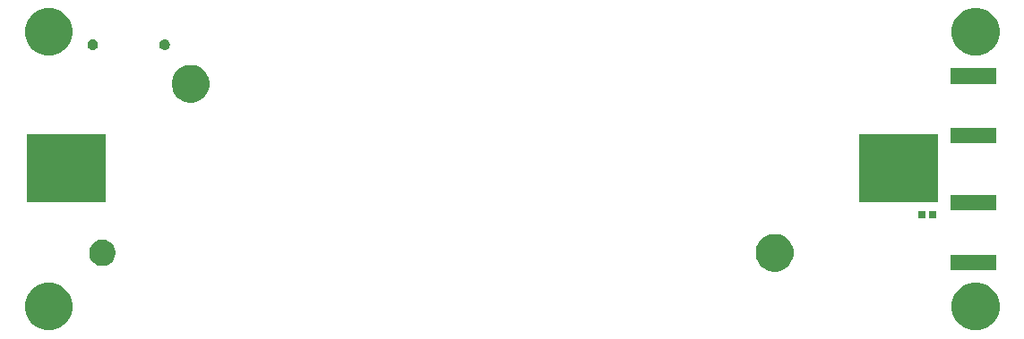
<source format=gbr>
G04 #@! TF.GenerationSoftware,KiCad,Pcbnew,(5.1.5)-3*
G04 #@! TF.CreationDate,2020-05-17T20:07:59+05:30*
G04 #@! TF.ProjectId,ArmTrax,41726d54-7261-4782-9e6b-696361645f70,rev?*
G04 #@! TF.SameCoordinates,Original*
G04 #@! TF.FileFunction,Soldermask,Bot*
G04 #@! TF.FilePolarity,Negative*
%FSLAX46Y46*%
G04 Gerber Fmt 4.6, Leading zero omitted, Abs format (unit mm)*
G04 Created by KiCad (PCBNEW (5.1.5)-3) date 2020-05-17 20:07:59*
%MOMM*%
%LPD*%
G04 APERTURE LIST*
%ADD10C,0.100000*%
G04 APERTURE END LIST*
D10*
G36*
X150675880Y-74459776D02*
G01*
X151056593Y-74535504D01*
X151466249Y-74705189D01*
X151834929Y-74951534D01*
X152148466Y-75265071D01*
X152394811Y-75633751D01*
X152564496Y-76043407D01*
X152651000Y-76478296D01*
X152651000Y-76921704D01*
X152564496Y-77356593D01*
X152394811Y-77766249D01*
X152148466Y-78134929D01*
X151834929Y-78448466D01*
X151466249Y-78694811D01*
X151056593Y-78864496D01*
X150675880Y-78940224D01*
X150621705Y-78951000D01*
X150178295Y-78951000D01*
X150124120Y-78940224D01*
X149743407Y-78864496D01*
X149333751Y-78694811D01*
X148965071Y-78448466D01*
X148651534Y-78134929D01*
X148405189Y-77766249D01*
X148235504Y-77356593D01*
X148149000Y-76921704D01*
X148149000Y-76478296D01*
X148235504Y-76043407D01*
X148405189Y-75633751D01*
X148651534Y-75265071D01*
X148965071Y-74951534D01*
X149333751Y-74705189D01*
X149743407Y-74535504D01*
X150124120Y-74459776D01*
X150178295Y-74449000D01*
X150621705Y-74449000D01*
X150675880Y-74459776D01*
G37*
G36*
X63075880Y-74459776D02*
G01*
X63456593Y-74535504D01*
X63866249Y-74705189D01*
X64234929Y-74951534D01*
X64548466Y-75265071D01*
X64794811Y-75633751D01*
X64964496Y-76043407D01*
X65051000Y-76478296D01*
X65051000Y-76921704D01*
X64964496Y-77356593D01*
X64794811Y-77766249D01*
X64548466Y-78134929D01*
X64234929Y-78448466D01*
X63866249Y-78694811D01*
X63456593Y-78864496D01*
X63075880Y-78940224D01*
X63021705Y-78951000D01*
X62578295Y-78951000D01*
X62524120Y-78940224D01*
X62143407Y-78864496D01*
X61733751Y-78694811D01*
X61365071Y-78448466D01*
X61051534Y-78134929D01*
X60805189Y-77766249D01*
X60635504Y-77356593D01*
X60549000Y-76921704D01*
X60549000Y-76478296D01*
X60635504Y-76043407D01*
X60805189Y-75633751D01*
X61051534Y-75265071D01*
X61365071Y-74951534D01*
X61733751Y-74705189D01*
X62143407Y-74535504D01*
X62524120Y-74459776D01*
X62578295Y-74449000D01*
X63021705Y-74449000D01*
X63075880Y-74459776D01*
G37*
G36*
X131918039Y-69892250D02*
G01*
X132107372Y-69970675D01*
X132241251Y-70026129D01*
X132532134Y-70220491D01*
X132779509Y-70467866D01*
X132973871Y-70758749D01*
X132973871Y-70758750D01*
X133107750Y-71081961D01*
X133176000Y-71425078D01*
X133176000Y-71774922D01*
X133107750Y-72118039D01*
X133077859Y-72190201D01*
X132973871Y-72441251D01*
X132779509Y-72732134D01*
X132532134Y-72979509D01*
X132241251Y-73173871D01*
X132107372Y-73229325D01*
X131918039Y-73307750D01*
X131574922Y-73376000D01*
X131225078Y-73376000D01*
X130881961Y-73307750D01*
X130692628Y-73229325D01*
X130558749Y-73173871D01*
X130267866Y-72979509D01*
X130020491Y-72732134D01*
X129826129Y-72441251D01*
X129722141Y-72190201D01*
X129692250Y-72118039D01*
X129624000Y-71774922D01*
X129624000Y-71425078D01*
X129692250Y-71081961D01*
X129826129Y-70758750D01*
X129826129Y-70758749D01*
X130020491Y-70467866D01*
X130267866Y-70220491D01*
X130558749Y-70026129D01*
X130692628Y-69970675D01*
X130881961Y-69892250D01*
X131225078Y-69824000D01*
X131574922Y-69824000D01*
X131918039Y-69892250D01*
G37*
G36*
X152351000Y-73251000D02*
G01*
X148049000Y-73251000D01*
X148049000Y-71799000D01*
X152351000Y-71799000D01*
X152351000Y-73251000D01*
G37*
G36*
X68233444Y-70401882D02*
G01*
X68460201Y-70495808D01*
X68460202Y-70495809D01*
X68664279Y-70632168D01*
X68837832Y-70805721D01*
X68928944Y-70942081D01*
X68974192Y-71009799D01*
X69068118Y-71236556D01*
X69116000Y-71477278D01*
X69116000Y-71722722D01*
X69068118Y-71963444D01*
X68974192Y-72190201D01*
X68974191Y-72190202D01*
X68837832Y-72394279D01*
X68664279Y-72567832D01*
X68527919Y-72658944D01*
X68460201Y-72704192D01*
X68233444Y-72798118D01*
X67992722Y-72846000D01*
X67747278Y-72846000D01*
X67506556Y-72798118D01*
X67279799Y-72704192D01*
X67212081Y-72658944D01*
X67075721Y-72567832D01*
X66902168Y-72394279D01*
X66765809Y-72190202D01*
X66765808Y-72190201D01*
X66671882Y-71963444D01*
X66624000Y-71722722D01*
X66624000Y-71477278D01*
X66671882Y-71236556D01*
X66765808Y-71009799D01*
X66811056Y-70942081D01*
X66902168Y-70805721D01*
X67075721Y-70632168D01*
X67279798Y-70495809D01*
X67279799Y-70495808D01*
X67506556Y-70401882D01*
X67747278Y-70354000D01*
X67992722Y-70354000D01*
X68233444Y-70401882D01*
G37*
G36*
X146556938Y-67631716D02*
G01*
X146577557Y-67637971D01*
X146596553Y-67648124D01*
X146613208Y-67661792D01*
X146626876Y-67678447D01*
X146637029Y-67697443D01*
X146643284Y-67718062D01*
X146646000Y-67745640D01*
X146646000Y-68254360D01*
X146643284Y-68281938D01*
X146637029Y-68302557D01*
X146626876Y-68321553D01*
X146613208Y-68338208D01*
X146596553Y-68351876D01*
X146577557Y-68362029D01*
X146556938Y-68368284D01*
X146529360Y-68371000D01*
X146070640Y-68371000D01*
X146043062Y-68368284D01*
X146022443Y-68362029D01*
X146003447Y-68351876D01*
X145986792Y-68338208D01*
X145973124Y-68321553D01*
X145962971Y-68302557D01*
X145956716Y-68281938D01*
X145954000Y-68254360D01*
X145954000Y-67745640D01*
X145956716Y-67718062D01*
X145962971Y-67697443D01*
X145973124Y-67678447D01*
X145986792Y-67661792D01*
X146003447Y-67648124D01*
X146022443Y-67637971D01*
X146043062Y-67631716D01*
X146070640Y-67629000D01*
X146529360Y-67629000D01*
X146556938Y-67631716D01*
G37*
G36*
X145586938Y-67631716D02*
G01*
X145607557Y-67637971D01*
X145626553Y-67648124D01*
X145643208Y-67661792D01*
X145656876Y-67678447D01*
X145667029Y-67697443D01*
X145673284Y-67718062D01*
X145676000Y-67745640D01*
X145676000Y-68254360D01*
X145673284Y-68281938D01*
X145667029Y-68302557D01*
X145656876Y-68321553D01*
X145643208Y-68338208D01*
X145626553Y-68351876D01*
X145607557Y-68362029D01*
X145586938Y-68368284D01*
X145559360Y-68371000D01*
X145100640Y-68371000D01*
X145073062Y-68368284D01*
X145052443Y-68362029D01*
X145033447Y-68351876D01*
X145016792Y-68338208D01*
X145003124Y-68321553D01*
X144992971Y-68302557D01*
X144986716Y-68281938D01*
X144984000Y-68254360D01*
X144984000Y-67745640D01*
X144986716Y-67718062D01*
X144992971Y-67697443D01*
X145003124Y-67678447D01*
X145016792Y-67661792D01*
X145033447Y-67648124D01*
X145052443Y-67637971D01*
X145073062Y-67631716D01*
X145100640Y-67629000D01*
X145559360Y-67629000D01*
X145586938Y-67631716D01*
G37*
G36*
X152351000Y-67601000D02*
G01*
X148049000Y-67601000D01*
X148049000Y-66149000D01*
X152351000Y-66149000D01*
X152351000Y-67601000D01*
G37*
G36*
X146851000Y-66826000D02*
G01*
X139409000Y-66826000D01*
X139409000Y-60374000D01*
X146851000Y-60374000D01*
X146851000Y-66826000D01*
G37*
G36*
X68191000Y-66826000D02*
G01*
X60749000Y-66826000D01*
X60749000Y-60374000D01*
X68191000Y-60374000D01*
X68191000Y-66826000D01*
G37*
G36*
X152351000Y-61251000D02*
G01*
X148049000Y-61251000D01*
X148049000Y-59799000D01*
X152351000Y-59799000D01*
X152351000Y-61251000D01*
G37*
G36*
X76718039Y-53892250D02*
G01*
X76907372Y-53970675D01*
X77041251Y-54026129D01*
X77332134Y-54220491D01*
X77579509Y-54467866D01*
X77773871Y-54758749D01*
X77773871Y-54758750D01*
X77907750Y-55081961D01*
X77976000Y-55425078D01*
X77976000Y-55774922D01*
X77907750Y-56118039D01*
X77829325Y-56307372D01*
X77773871Y-56441251D01*
X77579509Y-56732134D01*
X77332134Y-56979509D01*
X77041251Y-57173871D01*
X76907372Y-57229325D01*
X76718039Y-57307750D01*
X76374922Y-57376000D01*
X76025078Y-57376000D01*
X75681961Y-57307750D01*
X75492628Y-57229325D01*
X75358749Y-57173871D01*
X75067866Y-56979509D01*
X74820491Y-56732134D01*
X74626129Y-56441251D01*
X74570675Y-56307372D01*
X74492250Y-56118039D01*
X74424000Y-55774922D01*
X74424000Y-55425078D01*
X74492250Y-55081961D01*
X74626129Y-54758750D01*
X74626129Y-54758749D01*
X74820491Y-54467866D01*
X75067866Y-54220491D01*
X75358749Y-54026129D01*
X75492628Y-53970675D01*
X75681961Y-53892250D01*
X76025078Y-53824000D01*
X76374922Y-53824000D01*
X76718039Y-53892250D01*
G37*
G36*
X152351000Y-55601000D02*
G01*
X148049000Y-55601000D01*
X148049000Y-54149000D01*
X152351000Y-54149000D01*
X152351000Y-55601000D01*
G37*
G36*
X63075880Y-48459776D02*
G01*
X63456593Y-48535504D01*
X63866249Y-48705189D01*
X64234929Y-48951534D01*
X64548466Y-49265071D01*
X64794811Y-49633751D01*
X64964496Y-50043407D01*
X65051000Y-50478296D01*
X65051000Y-50921704D01*
X64964496Y-51356593D01*
X64794811Y-51766249D01*
X64548466Y-52134929D01*
X64234929Y-52448466D01*
X63866249Y-52694811D01*
X63456593Y-52864496D01*
X63075880Y-52940224D01*
X63021705Y-52951000D01*
X62578295Y-52951000D01*
X62524120Y-52940224D01*
X62143407Y-52864496D01*
X61733751Y-52694811D01*
X61365071Y-52448466D01*
X61051534Y-52134929D01*
X60805189Y-51766249D01*
X60635504Y-51356593D01*
X60549000Y-50921704D01*
X60549000Y-50478296D01*
X60635504Y-50043407D01*
X60805189Y-49633751D01*
X61051534Y-49265071D01*
X61365071Y-48951534D01*
X61733751Y-48705189D01*
X62143407Y-48535504D01*
X62524120Y-48459776D01*
X62578295Y-48449000D01*
X63021705Y-48449000D01*
X63075880Y-48459776D01*
G37*
G36*
X150675880Y-48459776D02*
G01*
X151056593Y-48535504D01*
X151466249Y-48705189D01*
X151834929Y-48951534D01*
X152148466Y-49265071D01*
X152394811Y-49633751D01*
X152564496Y-50043407D01*
X152651000Y-50478296D01*
X152651000Y-50921704D01*
X152564496Y-51356593D01*
X152394811Y-51766249D01*
X152148466Y-52134929D01*
X151834929Y-52448466D01*
X151466249Y-52694811D01*
X151056593Y-52864496D01*
X150675880Y-52940224D01*
X150621705Y-52951000D01*
X150178295Y-52951000D01*
X150124120Y-52940224D01*
X149743407Y-52864496D01*
X149333751Y-52694811D01*
X148965071Y-52448466D01*
X148651534Y-52134929D01*
X148405189Y-51766249D01*
X148235504Y-51356593D01*
X148149000Y-50921704D01*
X148149000Y-50478296D01*
X148235504Y-50043407D01*
X148405189Y-49633751D01*
X148651534Y-49265071D01*
X148965071Y-48951534D01*
X149333751Y-48705189D01*
X149743407Y-48535504D01*
X150124120Y-48459776D01*
X150178295Y-48449000D01*
X150621705Y-48449000D01*
X150675880Y-48459776D01*
G37*
G36*
X73847740Y-51408627D02*
G01*
X73896136Y-51418253D01*
X73933902Y-51433896D01*
X73987311Y-51456019D01*
X74024901Y-51481136D01*
X74069369Y-51510848D01*
X74139152Y-51580631D01*
X74139153Y-51580633D01*
X74193981Y-51662689D01*
X74199818Y-51676781D01*
X74231747Y-51753864D01*
X74241373Y-51802260D01*
X74251000Y-51850655D01*
X74251000Y-51949345D01*
X74231747Y-52046135D01*
X74193981Y-52137311D01*
X74193980Y-52137312D01*
X74139152Y-52219369D01*
X74069369Y-52289152D01*
X74028062Y-52316752D01*
X73987311Y-52343981D01*
X73933902Y-52366104D01*
X73896136Y-52381747D01*
X73857184Y-52389495D01*
X73799345Y-52401000D01*
X73700655Y-52401000D01*
X73642816Y-52389495D01*
X73603864Y-52381747D01*
X73566098Y-52366104D01*
X73512689Y-52343981D01*
X73471938Y-52316752D01*
X73430631Y-52289152D01*
X73360848Y-52219369D01*
X73306020Y-52137312D01*
X73306019Y-52137311D01*
X73268253Y-52046135D01*
X73249000Y-51949345D01*
X73249000Y-51850655D01*
X73258626Y-51802260D01*
X73268253Y-51753864D01*
X73300182Y-51676781D01*
X73306019Y-51662689D01*
X73360847Y-51580633D01*
X73360848Y-51580631D01*
X73430631Y-51510848D01*
X73475099Y-51481136D01*
X73512689Y-51456019D01*
X73566098Y-51433896D01*
X73603864Y-51418253D01*
X73652260Y-51408627D01*
X73700655Y-51399000D01*
X73799345Y-51399000D01*
X73847740Y-51408627D01*
G37*
G36*
X67047740Y-51408627D02*
G01*
X67096136Y-51418253D01*
X67133902Y-51433896D01*
X67187311Y-51456019D01*
X67224901Y-51481136D01*
X67269369Y-51510848D01*
X67339152Y-51580631D01*
X67339153Y-51580633D01*
X67393981Y-51662689D01*
X67399818Y-51676781D01*
X67431747Y-51753864D01*
X67441373Y-51802260D01*
X67451000Y-51850655D01*
X67451000Y-51949345D01*
X67431747Y-52046135D01*
X67393981Y-52137311D01*
X67393980Y-52137312D01*
X67339152Y-52219369D01*
X67269369Y-52289152D01*
X67228062Y-52316752D01*
X67187311Y-52343981D01*
X67133902Y-52366104D01*
X67096136Y-52381747D01*
X67057184Y-52389495D01*
X66999345Y-52401000D01*
X66900655Y-52401000D01*
X66842816Y-52389495D01*
X66803864Y-52381747D01*
X66766098Y-52366104D01*
X66712689Y-52343981D01*
X66671938Y-52316752D01*
X66630631Y-52289152D01*
X66560848Y-52219369D01*
X66506020Y-52137312D01*
X66506019Y-52137311D01*
X66468253Y-52046135D01*
X66449000Y-51949345D01*
X66449000Y-51850655D01*
X66458626Y-51802260D01*
X66468253Y-51753864D01*
X66500182Y-51676781D01*
X66506019Y-51662689D01*
X66560847Y-51580633D01*
X66560848Y-51580631D01*
X66630631Y-51510848D01*
X66675099Y-51481136D01*
X66712689Y-51456019D01*
X66766098Y-51433896D01*
X66803864Y-51418253D01*
X66852260Y-51408627D01*
X66900655Y-51399000D01*
X66999345Y-51399000D01*
X67047740Y-51408627D01*
G37*
M02*

</source>
